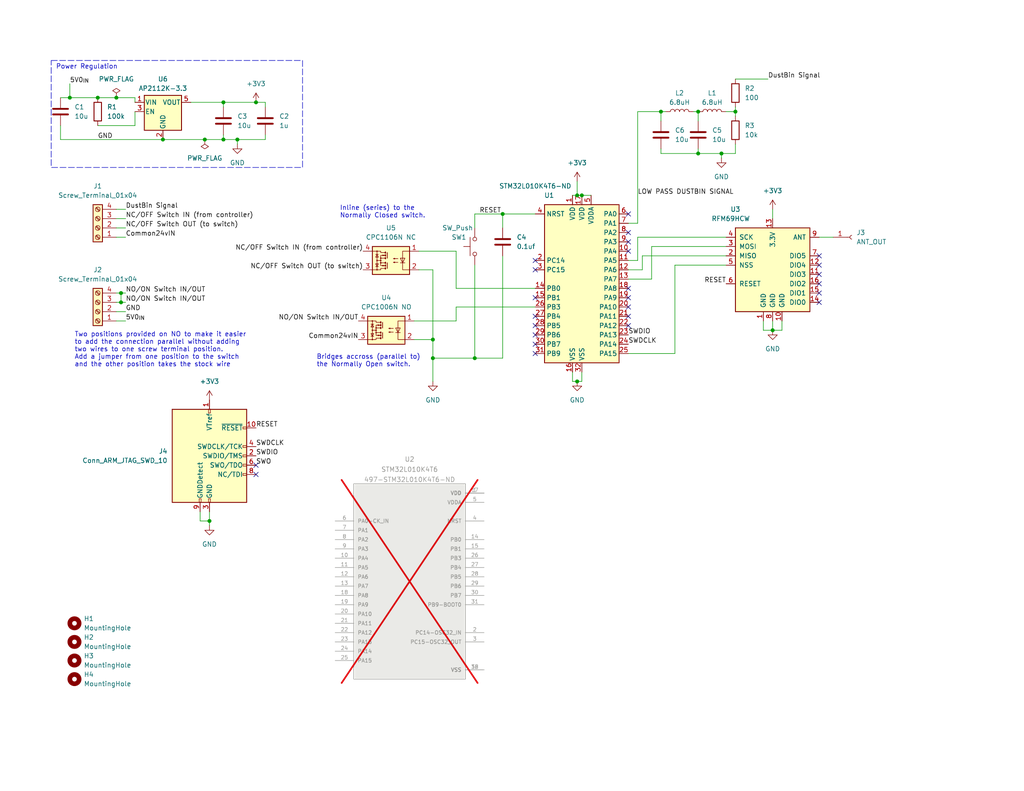
<source format=kicad_sch>
(kicad_sch (version 20230121) (generator eeschema)
  (paper "USLetter")
  (title_block (title "Dust Collector Reciever") (date "2021-09-30") (rev "A") (company "Shadow Moose Productions") (comment 1 "Open Source components of design reused from Adafruit") (comment 2 "Board design and layout by Amos Manneschmidt"))
  (lib_symbols
    (symbol "ASSR-1218_1"
      (property "Reference" "U5" (at 0 8.89 0))
      (property "Value" "CPC1106N NC" (at 0 6.35 0))
      (symbol "ASSR-1218_1_0_1"
        (rectangle (start -5.08 3.81) (end 5.08 -3.81) (stroke (width 0.254)) (fill (type background)))
        (polyline (pts (xy -3.81 -0.635) (xy -2.54 -0.635)))
        (polyline (pts (xy 1.016 -0.635) (xy 1.016 -2.159)) (stroke (width 0.2032)))
        (polyline (pts (xy 1.016 2.159) (xy 1.016 0.635)) (stroke (width 0.2032)))
        (polyline (pts (xy 1.524 -0.508) (xy 1.524 -0.762)) (stroke (width 0.3556)))
        (polyline (pts (xy 2.794 0) (xy 3.81 0)))
        (polyline (pts (xy 3.429 -1.651) (xy 4.191 -1.651)))
        (polyline (pts (xy 3.429 1.651) (xy 4.191 1.651)))
        (polyline (pts (xy 3.81 -2.54) (xy 3.81 2.54)))
        (polyline (pts (xy 1.524 -2.032) (xy 1.524 -2.286) (xy 1.524 -2.286)) (stroke (width 0.3556)))
        (polyline (pts (xy 1.524 -1.27) (xy 1.524 -1.524) (xy 1.524 -1.524)) (stroke (width 0.3556)))
        (polyline (pts (xy 1.524 0.762) (xy 1.524 0.508) (xy 1.524 0.508)) (stroke (width 0.3556)))
        (polyline (pts (xy 1.524 1.524) (xy 1.524 1.27) (xy 1.524 1.27)) (stroke (width 0.3556)))
        (polyline (pts (xy 1.524 2.286) (xy 1.524 2.032) (xy 1.524 2.032)) (stroke (width 0.3556)))
        (polyline (pts (xy 1.651 -1.397) (xy 2.794 -1.397) (xy 2.794 -0.635)))
        (polyline (pts (xy 1.651 1.397) (xy 2.794 1.397) (xy 2.794 0.635)))
        (polyline (pts (xy -5.08 2.54) (xy -3.175 2.54) (xy -3.175 -2.54) (xy -5.08 -2.54)))
        (polyline (pts (xy -3.175 -0.635) (xy -3.81 0.635) (xy -2.54 0.635) (xy -3.175 -0.635)))
        (polyline (pts (xy 1.651 -2.159) (xy 2.794 -2.159) (xy 2.794 -2.54) (xy 5.08 -2.54)))
        (polyline (pts (xy 1.651 -0.635) (xy 2.794 -0.635) (xy 2.794 0.635) (xy 1.651 0.635)))
        (polyline (pts (xy 1.651 2.159) (xy 2.794 2.159) (xy 2.794 2.54) (xy 5.08 2.54)))
        (polyline (pts (xy 1.778 -1.397) (xy 2.286 -1.27) (xy 2.286 -1.524) (xy 1.778 -1.397)))
        (polyline (pts (xy 1.778 1.397) (xy 2.286 1.524) (xy 2.286 1.27) (xy 1.778 1.397)))
        (polyline (pts (xy 3.81 -1.651) (xy 3.429 -0.889) (xy 4.191 -0.889) (xy 3.81 -1.651)))
        (polyline (pts (xy 3.81 1.651) (xy 3.429 0.889) (xy 4.191 0.889) (xy 3.81 1.651)))
        (polyline (pts (xy -1.905 -0.508) (xy -0.635 -0.508) (xy -1.016 -0.635) (xy -1.016 -0.381) (xy -0.635 -0.508)))
        (polyline (pts (xy -1.905 0.508) (xy -0.635 0.508) (xy -1.016 0.381) (xy -1.016 0.635) (xy -0.635 0.508)))
        (circle (center 2.794 -0.635) (radius 0.127))
        (circle (center 2.794 0) (radius 0.127))
        (circle (center 2.794 0.635) (radius 0.127))
        (circle (center 3.81 -2.54) (radius 0.127))
        (circle (center 3.81 0) (radius 0.127))
        (circle (center 3.81 2.54) (radius 0.127))
      )
      (symbol "ASSR-1218_1_1_1"
        (pin passive line (at -7.62 2.54 0) (length 2.54) (name "~") (number "1"))
        (pin passive line (at -7.62 -2.54 0) (length 2.54) (name "~") (number "2"))
        (pin passive line (at 7.62 -2.54 180) (length 2.54) (name "~") (number "3"))
        (pin passive line (at 7.62 2.54 180) (length 2.54) (name "~") (number "4"))
      )
    )
    (symbol "Connector:Conn_01x01_Socket" (pin_names (offset 1.016) hide)
      (property "Reference" "J" (at 0 2.54 0))
      (property "Value" "Conn_01x01_Socket" (at 0 -2.54 0))
      (symbol "Conn_01x01_Socket_1_1"
        (polyline (pts (xy -1.27 0) (xy -0.508 0)) (stroke (width 0.1524)))
        (arc (start 0 0.508) (mid -0.5058 0) (end 0 -0.508) (stroke (width 0.1524)))
        (pin passive line (at -5.08 0 0) (length 3.81) (name "Pin_1") (number "1"))
      )
    )
    (symbol "Connector:Conn_ARM_JTAG_SWD_10" (pin_names (offset 1.016))
      (property "Reference" "J" (at -2.54 16.51 0))
      (property "Value" "Conn_ARM_JTAG_SWD_10" (at -2.54 13.97 0))
      (symbol "Conn_ARM_JTAG_SWD_10_0_1"
        (rectangle (start -10.16 12.7) (end 10.16 -12.7) (stroke (width 0.254)) (fill (type background)))
        (rectangle (start -2.794 -12.7) (end -2.286 -11.684))
        (rectangle (start -0.254 -12.7) (end 0.254 -11.684))
        (rectangle (start -0.254 12.7) (end 0.254 11.684))
        (rectangle (start 9.144 2.286) (end 10.16 2.794))
        (rectangle (start 10.16 -2.794) (end 9.144 -2.286))
        (rectangle (start 10.16 -0.254) (end 9.144 0.254))
        (rectangle (start 10.16 7.874) (end 9.144 7.366))
      )
      (symbol "Conn_ARM_JTAG_SWD_10_1_1"
        (rectangle (start 9.144 -5.334) (end 10.16 -4.826))
        (pin power_in line (at 0 15.24 270) (length 2.54) (name "VTref") (number "1"))
        (pin open_collector line (at 12.7 7.62 180) (length 2.54) (name "~{RESET}") (number "10"))
        (pin bidirectional line (at 12.7 0 180) (length 2.54) (name "SWDIO/TMS") (number "2"))
        (pin power_in line (at 0 -15.24 90) (length 2.54) (name "GND") (number "3"))
        (pin output line (at 12.7 2.54 180) (length 2.54) (name "SWDCLK/TCK") (number "4"))
        (pin passive line (at 0 -15.24 90) (length 2.54) hide (name "GND") (number "5"))
        (pin input line (at 12.7 -2.54 180) (length 2.54) (name "SWO/TDO") (number "6"))
        (pin no_connect line (at -10.16 0 0) (length 2.54) hide (name "KEY") (number "7"))
        (pin output line (at 12.7 -5.08 180) (length 2.54) (name "NC/TDI") (number "8"))
        (pin passive line (at -2.54 -15.24 90) (length 2.54) (name "GNDDetect") (number "9"))
      )
    )
    (symbol "Connector:Screw_Terminal_01x04" (pin_names (offset 1.016) hide)
      (property "Reference" "J" (at 0 5.08 0))
      (property "Value" "Screw_Terminal_01x04" (at 0 -7.62 0))
      (symbol "Screw_Terminal_01x04_1_1"
        (rectangle (start -1.27 3.81) (end 1.27 -6.35) (stroke (width 0.254)) (fill (type background)))
        (circle (center 0 -5.08) (radius 0.635) (stroke (width 0.1524)))
        (circle (center 0 -2.54) (radius 0.635) (stroke (width 0.1524)))
        (polyline (pts (xy -0.5334 -4.7498) (xy 0.3302 -5.588)) (stroke (width 0.1524)))
        (polyline (pts (xy -0.5334 -2.2098) (xy 0.3302 -3.048)) (stroke (width 0.1524)))
        (polyline (pts (xy -0.5334 0.3302) (xy 0.3302 -0.508)) (stroke (width 0.1524)))
        (polyline (pts (xy -0.5334 2.8702) (xy 0.3302 2.032)) (stroke (width 0.1524)))
        (polyline (pts (xy -0.3556 -4.572) (xy 0.508 -5.4102)) (stroke (width 0.1524)))
        (polyline (pts (xy -0.3556 -2.032) (xy 0.508 -2.8702)) (stroke (width 0.1524)))
        (polyline (pts (xy -0.3556 0.508) (xy 0.508 -0.3302)) (stroke (width 0.1524)))
        (polyline (pts (xy -0.3556 3.048) (xy 0.508 2.2098)) (stroke (width 0.1524)))
        (circle (center 0 0) (radius 0.635) (stroke (width 0.1524)))
        (circle (center 0 2.54) (radius 0.635) (stroke (width 0.1524)))
        (pin passive line (at -5.08 2.54 0) (length 3.81) (name "Pin_1") (number "1"))
        (pin passive line (at -5.08 0 0) (length 3.81) (name "Pin_2") (number "2"))
        (pin passive line (at -5.08 -2.54 0) (length 3.81) (name "Pin_3") (number "3"))
        (pin passive line (at -5.08 -5.08 0) (length 3.81) (name "Pin_4") (number "4"))
      )
    )
    (symbol "Device:C" (pin_numbers hide) (pin_names (offset 0.254))
      (property "Reference" "C" (at 0.635 2.54 0))
      (property "Value" "C" (at 0.635 -2.54 0))
      (symbol "C_0_1"
        (polyline (pts (xy -2.032 -0.762) (xy 2.032 -0.762)) (stroke (width 0.508)))
        (polyline (pts (xy -2.032 0.762) (xy 2.032 0.762)) (stroke (width 0.508)))
      )
      (symbol "C_1_1"
        (pin passive line (at 0 3.81 270) (length 2.794) (name "~") (number "1"))
        (pin passive line (at 0 -3.81 90) (length 2.794) (name "~") (number "2"))
      )
    )
    (symbol "Device:L" (pin_numbers hide) (pin_names (offset 1.016) hide)
      (property "Reference" "L" (at -1.27 0 90))
      (property "Value" "L" (at 1.905 0 90))
      (symbol "L_0_1"
        (arc (start 0 -2.54) (mid 0.6323 -1.905) (end 0 -1.27))
        (arc (start 0 -1.27) (mid 0.6323 -0.635) (end 0 0))
        (arc (start 0 0) (mid 0.6323 0.635) (end 0 1.27))
        (arc (start 0 1.27) (mid 0.6323 1.905) (end 0 2.54))
      )
      (symbol "L_1_1"
        (pin passive line (at 0 3.81 270) (length 1.27) (name "1") (number "1"))
        (pin passive line (at 0 -3.81 90) (length 1.27) (name "2") (number "2"))
      )
    )
    (symbol "Device:R" (pin_numbers hide) (pin_names (offset 0))
      (property "Reference" "R" (at 2.032 0 90))
      (property "Value" "R" (at 0 0 90))
      (symbol "R_0_1"
        (rectangle (start -1.016 -2.54) (end 1.016 2.54) (stroke (width 0.254)))
      )
      (symbol "R_1_1"
        (pin passive line (at 0 3.81 270) (length 1.27) (name "~") (number "1"))
        (pin passive line (at 0 -3.81 90) (length 1.27) (name "~") (number "2"))
      )
    )
    (symbol "Dust-Collector-Reciever_parts:STM32L010K4T6" (pin_names (offset 1.016))
      (property "Reference" "U" (at -15.24 25.4 0))
      (property "Value" "STM32L010K4T6" (at -15.24 -30.48 0))
      (property "DigiKey" "497-STM32L010K4T6-ND" (at 0 0 0))
      (symbol "STM32L010K4T6_0_0"
        (rectangle (start -15.24 -27.94) (end 15.24 25.4) (stroke (width 0.1524)) (fill (type background)))
        (pin power_in line (at 20.32 22.86 180) (length 5.08) (name "VDD") (number "1"))
        (pin bidirectional line (at -20.32 5.08 0) (length 5.08) (name "PA4") (number "10"))
        (pin bidirectional line (at -20.32 2.54 0) (length 5.08) (name "PA5") (number "11"))
        (pin bidirectional line (at -20.32 0 0) (length 5.08) (name "PA6") (number "12"))
        (pin bidirectional line (at -20.32 -2.54 0) (length 5.08) (name "PA7") (number "13"))
        (pin bidirectional line (at 20.32 10.16 180) (length 5.08) (name "PB0") (number "14"))
        (pin bidirectional line (at 20.32 7.62 180) (length 5.08) (name "PB1") (number "15"))
        (pin power_in line (at 20.32 -25.4 180) (length 5.08) (name "VSS") (number "16"))
        (pin power_in line (at 20.32 22.86 180) (length 5.08) (name "VDD") (number "17"))
        (pin bidirectional line (at -20.32 -5.08 0) (length 5.08) (name "PA8") (number "18"))
        (pin bidirectional line (at -20.32 -7.62 0) (length 5.08) (name "PA9") (number "19"))
        (pin bidirectional line (at 20.32 -15.24 180) (length 5.08) (name "PC14-OSC32_IN") (number "2"))
        (pin bidirectional line (at -20.32 -10.16 0) (length 5.08) (name "PA10") (number "20"))
        (pin bidirectional line (at -20.32 -12.7 0) (length 5.08) (name "PA11") (number "21"))
        (pin bidirectional line (at -20.32 -15.24 0) (length 5.08) (name "PA12") (number "22"))
        (pin bidirectional line (at -20.32 -17.78 0) (length 5.08) (name "PA13") (number "23"))
        (pin bidirectional line (at -20.32 -20.32 0) (length 5.08) (name "PA14") (number "24"))
        (pin bidirectional line (at -20.32 -22.86 0) (length 5.08) (name "PA15") (number "25"))
        (pin bidirectional line (at 20.32 5.08 180) (length 5.08) (name "PB3") (number "26"))
        (pin bidirectional line (at 20.32 2.54 180) (length 5.08) (name "PB4") (number "27"))
        (pin bidirectional line (at 20.32 0 180) (length 5.08) (name "PB5") (number "28"))
        (pin bidirectional line (at 20.32 -2.54 180) (length 5.08) (name "PB6") (number "29"))
        (pin bidirectional line (at 20.32 -17.78 180) (length 5.08) (name "PC15-OSC32_OUT") (number "3"))
        (pin bidirectional line (at 20.32 -5.08 180) (length 5.08) (name "PB7") (number "30"))
        (pin input line (at 20.32 -7.62 180) (length 5.08) (name "PB9-BOOT0") (number "31"))
        (pin power_in line (at 20.32 -25.4 180) (length 5.08) (name "VSS") (number "32"))
        (pin bidirectional line (at 20.32 15.24 180) (length 5.08) (name "NRST") (number "4"))
        (pin power_in line (at 20.32 20.32 180) (length 5.08) (name "VDDA") (number "5"))
        (pin bidirectional line (at -20.32 15.24 0) (length 5.08) (name "PA0-CK_IN") (number "6"))
        (pin bidirectional line (at -20.32 12.7 0) (length 5.08) (name "PA1") (number "7"))
        (pin bidirectional line (at -20.32 10.16 0) (length 5.08) (name "PA2") (number "8"))
        (pin bidirectional line (at -20.32 7.62 0) (length 5.08) (name "PA3") (number "9"))
      )
    )
    (symbol "MCU_ST_STM32L0:STM32L011K3Tx"
      (property "Reference" "U" (at -10.16 21.59 0))
      (property "Value" "STM32L011K3Tx" (at 5.08 21.59 0))
      (symbol "STM32L011K3Tx_0_1"
        (rectangle (start -10.16 -22.86) (end 10.16 20.32) (stroke (width 0.254)) (fill (type background)))
      )
      (symbol "STM32L011K3Tx_1_1"
        (pin power_in line (at -2.54 22.86 270) (length 2.54) (name "VDD") (number "1"))
        (pin bidirectional line (at 12.7 7.62 180) (length 2.54) (name "PA4") (number "10"))
        (pin bidirectional line (at 12.7 5.08 180) (length 2.54) (name "PA5") (number "11"))
        (pin bidirectional line (at 12.7 2.54 180) (length 2.54) (name "PA6") (number "12"))
        (pin bidirectional line (at 12.7 0 180) (length 2.54) (name "PA7") (number "13"))
        (pin bidirectional line (at -12.7 -2.54 0) (length 2.54) (name "PB0") (number "14"))
        (pin bidirectional line (at -12.7 -5.08 0) (length 2.54) (name "PB1") (number "15"))
        (pin power_in line (at -2.54 -25.4 90) (length 2.54) (name "VSS") (number "16"))
        (pin power_in line (at 0 22.86 270) (length 2.54) (name "VDD") (number "17"))
        (pin bidirectional line (at 12.7 -2.54 180) (length 2.54) (name "PA8") (number "18"))
        (pin bidirectional line (at 12.7 -5.08 180) (length 2.54) (name "PA9") (number "19"))
        (pin bidirectional line (at -12.7 5.08 0) (length 2.54) (name "PC14") (number "2"))
        (pin bidirectional line (at 12.7 -7.62 180) (length 2.54) (name "PA10") (number "20"))
        (pin bidirectional line (at 12.7 -10.16 180) (length 2.54) (name "PA11") (number "21"))
        (pin bidirectional line (at 12.7 -12.7 180) (length 2.54) (name "PA12") (number "22"))
        (pin bidirectional line (at 12.7 -15.24 180) (length 2.54) (name "PA13") (number "23"))
        (pin bidirectional line (at 12.7 -17.78 180) (length 2.54) (name "PA14") (number "24"))
        (pin bidirectional line (at 12.7 -20.32 180) (length 2.54) (name "PA15") (number "25"))
        (pin bidirectional line (at -12.7 -7.62 0) (length 2.54) (name "PB3") (number "26"))
        (pin bidirectional line (at -12.7 -10.16 0) (length 2.54) (name "PB4") (number "27"))
        (pin bidirectional line (at -12.7 -12.7 0) (length 2.54) (name "PB5") (number "28"))
        (pin bidirectional line (at -12.7 -15.24 0) (length 2.54) (name "PB6") (number "29"))
        (pin bidirectional line (at -12.7 2.54 0) (length 2.54) (name "PC15") (number "3"))
        (pin bidirectional line (at -12.7 -17.78 0) (length 2.54) (name "PB7") (number "30"))
        (pin bidirectional line (at -12.7 -20.32 0) (length 2.54) (name "PB9") (number "31"))
        (pin power_in line (at 0 -25.4 90) (length 2.54) (name "VSS") (number "32"))
        (pin input line (at -12.7 17.78 0) (length 2.54) (name "NRST") (number "4"))
        (pin power_in line (at 2.54 22.86 270) (length 2.54) (name "VDDA") (number "5"))
        (pin bidirectional line (at 12.7 17.78 180) (length 2.54) (name "PA0") (number "6"))
        (pin bidirectional line (at 12.7 15.24 180) (length 2.54) (name "PA1") (number "7"))
        (pin bidirectional line (at 12.7 12.7 180) (length 2.54) (name "PA2") (number "8"))
        (pin bidirectional line (at 12.7 10.16 180) (length 2.54) (name "PA3") (number "9"))
      )
    )
    (symbol "Mechanical:MountingHole" (pin_names (offset 1.016))
      (property "Reference" "H" (at 0 5.08 0))
      (property "Value" "MountingHole" (at 0 3.175 0))
      (symbol "MountingHole_0_1"
        (circle (center 0 0) (radius 1.27) (stroke (width 1.27)))
      )
    )
    (symbol "RF_Module:RFM69HCW" (pin_names (offset 1.016))
      (property "Reference" "U" (at -10.414 11.684 0))
      (property "Value" "RFM69HCW" (at 1.524 11.43 0))
      (symbol "RFM69HCW_0_1"
        (rectangle (start -10.16 10.16) (end 10.16 -12.7) (stroke (width 0.254)) (fill (type background)))
      )
      (symbol "RFM69HCW_1_1"
        (pin power_in line (at -2.54 -15.24 90) (length 2.54) (name "GND") (number "1"))
        (pin power_in line (at 2.54 -15.24 90) (length 2.54) (name "GND") (number "10"))
        (pin bidirectional line (at 12.7 -2.54 180) (length 2.54) (name "DIO3") (number "11"))
        (pin bidirectional line (at 12.7 0 180) (length 2.54) (name "DIO4") (number "12"))
        (pin power_in line (at 0 12.7 270) (length 2.54) (name "3.3V") (number "13"))
        (pin bidirectional line (at 12.7 -10.16 180) (length 2.54) (name "DIO0") (number "14"))
        (pin bidirectional line (at 12.7 -7.62 180) (length 2.54) (name "DIO1") (number "15"))
        (pin bidirectional line (at 12.7 -5.08 180) (length 2.54) (name "DIO2") (number "16"))
        (pin output line (at -12.7 2.54 0) (length 2.54) (name "MISO") (number "2"))
        (pin input line (at -12.7 5.08 0) (length 2.54) (name "MOSI") (number "3"))
        (pin input line (at -12.7 7.62 0) (length 2.54) (name "SCK") (number "4"))
        (pin input line (at -12.7 0 0) (length 2.54) (name "NSS") (number "5"))
        (pin bidirectional line (at -12.7 -5.08 0) (length 2.54) (name "RESET") (number "6"))
        (pin bidirectional line (at 12.7 2.54 180) (length 2.54) (name "DIO5") (number "7"))
        (pin power_in line (at 0 -15.24 90) (length 2.54) (name "GND") (number "8"))
        (pin bidirectional line (at 12.7 7.62 180) (length 2.54) (name "ANT") (number "9"))
      )
    )
    (symbol "Regulator_Linear:AP2112K-3.3" (pin_names (offset 0.254))
      (property "Reference" "U" (at -5.08 5.715 0))
      (property "Value" "AP2112K-3.3" (at 0 5.715 0))
      (symbol "AP2112K-3.3_0_1"
        (rectangle (start -5.08 4.445) (end 5.08 -5.08) (stroke (width 0.254)) (fill (type background)))
      )
      (symbol "AP2112K-3.3_1_1"
        (pin power_in line (at -7.62 2.54 0) (length 2.54) (name "VIN") (number "1"))
        (pin power_in line (at 0 -7.62 90) (length 2.54) (name "GND") (number "2"))
        (pin input line (at -7.62 0 0) (length 2.54) (name "EN") (number "3"))
        (pin no_connect line (at 5.08 0 180) (length 2.54) hide (name "NC") (number "4"))
        (pin power_out line (at 7.62 2.54 180) (length 2.54) (name "VOUT") (number "5"))
      )
    )
    (symbol "Relay_SolidState:ASSR-1218"
      (property "Reference" "U" (at -5.08 5.08 0))
      (property "Value" "ASSR-1218" (at 0 5.08 0))
      (symbol "ASSR-1218_0_1"
        (rectangle (start -5.08 3.81) (end 5.08 -3.81) (stroke (width 0.254)) (fill (type background)))
        (polyline (pts (xy -3.81 -0.635) (xy -2.54 -0.635)))
        (polyline (pts (xy 1.016 -0.635) (xy 1.016 -2.159)) (stroke (width 0.2032)))
        (polyline (pts (xy 1.016 2.159) (xy 1.016 0.635)) (stroke (width 0.2032)))
        (polyline (pts (xy 1.524 -0.508) (xy 1.524 -0.762)) (stroke (width 0.3556)))
        (polyline (pts (xy 2.794 0) (xy 3.81 0)))
        (polyline (pts (xy 3.429 -1.651) (xy 4.191 -1.651)))
        (polyline (pts (xy 3.429 1.651) (xy 4.191 1.651)))
        (polyline (pts (xy 3.81 -2.54) (xy 3.81 2.54)))
        (polyline (pts (xy 1.524 -2.032) (xy 1.524 -2.286) (xy 1.524 -2.286)) (stroke (width 0.3556)))
        (polyline (pts (xy 1.524 -1.27) (xy 1.524 -1.524) (xy 1.524 -1.524)) (stroke (width 0.3556)))
        (polyline (pts (xy 1.524 0.762) (xy 1.524 0.508) (xy 1.524 0.508)) (stroke (width 0.3556)))
        (polyline (pts (xy 1.524 1.524) (xy 1.524 1.27) (xy 1.524 1.27)) (stroke (width 0.3556)))
        (polyline (pts (xy 1.524 2.286) (xy 1.524 2.032) (xy 1.524 2.032)) (stroke (width 0.3556)))
        (polyline (pts (xy 1.651 -1.397) (xy 2.794 -1.397) (xy 2.794 -0.635)))
        (polyline (pts (xy 1.651 1.397) (xy 2.794 1.397) (xy 2.794 0.635)))
        (polyline (pts (xy -5.08 2.54) (xy -3.175 2.54) (xy -3.175 -2.54) (xy -5.08 -2.54)))
        (polyline (pts (xy -3.175 -0.635) (xy -3.81 0.635) (xy -2.54 0.635) (xy -3.175 -0.635)))
        (polyline (pts (xy 1.651 -2.159) (xy 2.794 -2.159) (xy 2.794 -2.54) (xy 5.08 -2.54)))
        (polyline (pts (xy 1.651 -0.635) (xy 2.794 -0.635) (xy 2.794 0.635) (xy 1.651 0.635)))
        (polyline (pts (xy 1.651 2.159) (xy 2.794 2.159) (xy 2.794 2.54) (xy 5.08 2.54)))
        (polyline (pts (xy 1.778 -1.397) (xy 2.286 -1.27) (xy 2.286 -1.524) (xy 1.778 -1.397)))
        (polyline (pts (xy 1.778 1.397) (xy 2.286 1.524) (xy 2.286 1.27) (xy 1.778 1.397)))
        (polyline (pts (xy 3.81 -1.651) (xy 3.429 -0.889) (xy 4.191 -0.889) (xy 3.81 -1.651)))
        (polyline (pts (xy 3.81 1.651) (xy 3.429 0.889) (xy 4.191 0.889) (xy 3.81 1.651)))
        (polyline (pts (xy -1.905 -0.508) (xy -0.635 -0.508) (xy -1.016 -0.635) (xy -1.016 -0.381) (xy -0.635 -0.508)))
        (polyline (pts (xy -1.905 0.508) (xy -0.635 0.508) (xy -1.016 0.381) (xy -1.016 0.635) (xy -0.635 0.508)))
        (circle (center 2.794 -0.635) (radius 0.127))
        (circle (center 2.794 0) (radius 0.127))
        (circle (center 2.794 0.635) (radius 0.127))
        (circle (center 3.81 -2.54) (radius 0.127))
        (circle (center 3.81 0) (radius 0.127))
        (circle (center 3.81 2.54) (radius 0.127))
      )
      (symbol "ASSR-1218_1_1"
        (pin passive line (at -7.62 2.54 0) (length 2.54) (name "~") (number "1"))
        (pin passive line (at -7.62 -2.54 0) (length 2.54) (name "~") (number "2"))
        (pin passive line (at 7.62 -2.54 180) (length 2.54) (name "~") (number "3"))
        (pin passive line (at 7.62 2.54 180) (length 2.54) (name "~") (number "4"))
      )
    )
    (symbol "Switch:SW_Push" (pin_numbers hide) (pin_names (offset 1.016) hide)
      (property "Reference" "SW" (at 1.27 2.54 0))
      (property "Value" "SW_Push" (at 0 -1.524 0))
      (symbol "SW_Push_0_1"
        (circle (center -2.032 0) (radius 0.508))
        (polyline (pts (xy 0 1.27) (xy 0 3.048)))
        (polyline (pts (xy 2.54 1.27) (xy -2.54 1.27)))
        (circle (center 2.032 0) (radius 0.508))
        (pin passive line (at -5.08 0 0) (length 2.54) (name "1") (number "1"))
        (pin passive line (at 5.08 0 180) (length 2.54) (name "2") (number "2"))
      )
    )
    (symbol "power:+3V3" (power) (pin_names (offset 0))
      (property "Value" "+3V3" (at 0 3.556 0))
      (symbol "+3V3_0_1"
        (polyline (pts (xy -0.762 1.27) (xy 0 2.54)))
        (polyline (pts (xy 0 0) (xy 0 2.54)))
        (polyline (pts (xy 0 2.54) (xy 0.762 1.27)))
      )
      (symbol "+3V3_1_1"
        (pin power_in line (at 0 0 90) (length 0) hide (name "+3V3") (number "1"))
      )
    )
    (symbol "power:GND" (power) (pin_names (offset 0))
      (property "Value" "GND" (at 0 -3.81 0))
      (symbol "GND_0_1"
        (polyline (pts (xy 0 0) (xy 0 -1.27) (xy 1.27 -1.27) (xy 0 -2.54) (xy -1.27 -1.27) (xy 0 -1.27)))
      )
      (symbol "GND_1_1"
        (pin power_in line (at 0 0 270) (length 0) hide (name "GND") (number "1"))
      )
    )
    (symbol "power:PWR_FLAG" (power) (pin_numbers hide) (pin_names (offset 0) hide)
      (property "Value" "PWR_FLAG" (at 0 3.81 0))
      (symbol "PWR_FLAG_0_0"
        (pin power_out line (at 0 0 90) (length 0) (name "pwr") (number "1"))
      )
      (symbol "PWR_FLAG_0_1"
        (polyline (pts (xy 0 0) (xy 0 1.27) (xy -1.016 1.905) (xy 0 2.54) (xy 1.016 1.905) (xy 0 1.27)))
      )
    )
  )
  (junction (at 210.82 90.17))
  (junction (at 31.75 26.67))
  (junction (at 180.34 30.48))
  (junction (at 118.11 92.71))
  (junction (at 190.5 41.91))
  (junction (at 157.48 104.14))
  (junction (at 64.77 38.1))
  (junction (at 190.5 30.48))
  (junction (at 196.85 41.91))
  (junction (at 137.16 58.42))
  (junction (at 157.48 53.34))
  (junction (at 57.15 142.24))
  (junction (at 33.02 82.55))
  (junction (at 118.11 97.79))
  (junction (at 60.96 27.94))
  (junction (at 60.96 38.1))
  (junction (at 158.75 53.34))
  (junction (at 200.66 30.48))
  (junction (at 33.02 80.01))
  (junction (at 44.45 38.1))
  (junction (at 69.85 27.94))
  (junction (at 55.88 38.1))
  (junction (at 19.05 26.67))
  (junction (at 129.54 97.79))
  (junction (at 26.67 26.67))
  (no_connect (at 146.05 93.98))
  (no_connect (at 223.52 82.55))
  (no_connect (at 146.05 71.12))
  (no_connect (at 69.85 129.54))
  (no_connect (at 146.05 73.66))
  (no_connect (at 171.45 81.28))
  (no_connect (at 171.45 86.36))
  (no_connect (at 171.45 88.9))
  (no_connect (at 171.45 66.04))
  (no_connect (at 171.45 78.74))
  (no_connect (at 146.05 88.9))
  (no_connect (at 171.45 68.58))
  (no_connect (at 171.45 83.82))
  (no_connect (at 146.05 81.28))
  (no_connect (at 171.45 58.42))
  (no_connect (at 223.52 72.39))
  (no_connect (at 171.45 63.5))
  (no_connect (at 223.52 80.01))
  (no_connect (at 223.52 77.47))
  (no_connect (at 223.52 74.93))
  (no_connect (at 146.05 91.44))
  (no_connect (at 223.52 69.85))
  (no_connect (at 146.05 86.36))
  (no_connect (at 146.05 96.52))
  (no_connect (at 69.85 127))
  (wire (pts (xy 114.3 73.66) (xy 118.11 73.66)))
  (wire (pts (xy 190.5 33.02) (xy 190.5 30.48)))
  (wire (pts (xy 36.83 30.48) (xy 36.83 34.29)))
  (wire (pts (xy 31.75 87.63) (xy 34.29 87.63)))
  (wire (pts (xy 158.75 101.6) (xy 158.75 104.14)))
  (wire (pts (xy 189.23 30.48) (xy 190.5 30.48)))
  (wire (pts (xy 223.52 64.77) (xy 227.33 64.77)))
  (wire (pts (xy 44.45 38.1) (xy 55.88 38.1)))
  (wire (pts (xy 175.26 69.85) (xy 175.26 73.66)))
  (wire (pts (xy 52.07 27.94) (xy 60.96 27.94)))
  (wire (pts (xy 137.16 97.79) (xy 137.16 69.85)))
  (wire (pts (xy 175.26 73.66) (xy 171.45 73.66)))
  (wire (pts (xy 157.48 53.34) (xy 158.75 53.34)))
  (wire (pts (xy 69.85 27.94) (xy 72.39 27.94)))
  (wire (pts (xy 60.96 27.94) (xy 60.96 29.21)))
  (wire (pts (xy 137.16 58.42) (xy 146.05 58.42)))
  (wire (pts (xy 57.15 142.24) (xy 57.15 143.51)))
  (wire (pts (xy 129.54 58.42) (xy 137.16 58.42)))
  (wire (pts (xy 184.15 72.39) (xy 198.12 72.39)))
  (wire (pts (xy 113.03 92.71) (xy 118.11 92.71)))
  (wire (pts (xy 184.15 96.52) (xy 171.45 96.52)))
  (wire (pts (xy 118.11 73.66) (xy 118.11 92.71)))
  (wire (pts (xy 60.96 38.1) (xy 64.77 38.1)))
  (wire (pts (xy 55.88 38.1) (xy 60.96 38.1)))
  (wire (pts (xy 180.34 30.48) (xy 181.61 30.48)))
  (wire (pts (xy 198.12 30.48) (xy 200.66 30.48)))
  (wire (pts (xy 210.82 57.15) (xy 210.82 59.69)))
  (wire (pts (xy 180.34 41.91) (xy 190.5 41.91)))
  (wire (pts (xy 129.54 97.79) (xy 129.54 72.39)))
  (wire (pts (xy 16.51 34.29) (xy 16.51 38.1)))
  (wire (pts (xy 173.99 60.96) (xy 171.45 60.96)))
  (wire (pts (xy 213.36 90.17) (xy 213.36 87.63)))
  (wire (pts (xy 31.75 26.67) (xy 36.83 26.67)))
  (wire (pts (xy 200.66 39.37) (xy 200.66 41.91)))
  (wire (pts (xy 210.82 90.17) (xy 213.36 90.17)))
  (wire (pts (xy 190.5 41.91) (xy 196.85 41.91)))
  (wire (pts (xy 173.99 30.48) (xy 173.99 60.96)))
  (wire (pts (xy 31.75 80.01) (xy 33.02 80.01)))
  (wire (pts (xy 157.48 53.34) (xy 157.48 49.53)))
  (wire (pts (xy 57.15 139.7) (xy 57.15 142.24)))
  (wire (pts (xy 200.66 30.48) (xy 200.66 31.75)))
  (wire (pts (xy 124.46 83.82) (xy 146.05 83.82)))
  (wire (pts (xy 33.02 82.55) (xy 34.29 82.55)))
  (wire (pts (xy 31.75 85.09) (xy 34.29 85.09)))
  (wire (pts (xy 64.77 38.1) (xy 72.39 38.1)))
  (wire (pts (xy 190.5 40.64) (xy 190.5 41.91)))
  (wire (pts (xy 208.28 90.17) (xy 208.28 87.63)))
  (wire (pts (xy 137.16 58.42) (xy 137.16 62.23)))
  (wire (pts (xy 129.54 58.42) (xy 129.54 62.23)))
  (wire (pts (xy 118.11 92.71) (xy 118.11 97.79)))
  (wire (pts (xy 33.02 80.01) (xy 33.02 82.55)))
  (wire (pts (xy 157.48 104.14) (xy 156.21 104.14)))
  (wire (pts (xy 19.05 26.67) (xy 26.67 26.67)))
  (wire (pts (xy 196.85 41.91) (xy 196.85 43.18)))
  (wire (pts (xy 210.82 90.17) (xy 208.28 90.17)))
  (wire (pts (xy 129.54 97.79) (xy 137.16 97.79)))
  (wire (pts (xy 198.12 69.85) (xy 175.26 69.85)))
  (wire (pts (xy 173.99 64.77) (xy 173.99 71.12)))
  (wire (pts (xy 114.3 68.58) (xy 124.46 68.58)))
  (wire (pts (xy 156.21 53.34) (xy 157.48 53.34)))
  (wire (pts (xy 180.34 30.48) (xy 173.99 30.48)))
  (wire (pts (xy 31.75 57.15) (xy 34.29 57.15)))
  (wire (pts (xy 180.34 40.64) (xy 180.34 41.91)))
  (wire (pts (xy 124.46 87.63) (xy 124.46 83.82)))
  (wire (pts (xy 31.75 82.55) (xy 33.02 82.55)))
  (wire (pts (xy 31.75 64.77) (xy 34.29 64.77)))
  (wire (pts (xy 156.21 104.14) (xy 156.21 101.6)))
  (wire (pts (xy 19.05 22.86) (xy 19.05 26.67)))
  (wire (pts (xy 64.77 38.1) (xy 64.77 39.37)))
  (wire (pts (xy 198.12 64.77) (xy 173.99 64.77)))
  (wire (pts (xy 180.34 33.02) (xy 180.34 30.48)))
  (wire (pts (xy 158.75 104.14) (xy 157.48 104.14)))
  (wire (pts (xy 124.46 78.74) (xy 124.46 68.58)))
  (wire (pts (xy 200.66 29.21) (xy 200.66 30.48)))
  (wire (pts (xy 177.8 76.2) (xy 171.45 76.2)))
  (wire (pts (xy 113.03 87.63) (xy 124.46 87.63)))
  (wire (pts (xy 200.66 41.91) (xy 196.85 41.91)))
  (wire (pts (xy 57.15 142.24) (xy 54.61 142.24)))
  (wire (pts (xy 36.83 26.67) (xy 36.83 27.94)))
  (wire (pts (xy 31.75 62.23) (xy 34.29 62.23)))
  (wire (pts (xy 60.96 27.94) (xy 69.85 27.94)))
  (wire (pts (xy 184.15 72.39) (xy 184.15 96.52)))
  (wire (pts (xy 210.82 87.63) (xy 210.82 90.17)))
  (wire (pts (xy 177.8 67.31) (xy 177.8 76.2)))
  (wire (pts (xy 31.75 59.69) (xy 34.29 59.69)))
  (wire (pts (xy 16.51 38.1) (xy 44.45 38.1)))
  (wire (pts (xy 33.02 80.01) (xy 34.29 80.01)))
  (wire (pts (xy 118.11 97.79) (xy 118.11 104.14)))
  (wire (pts (xy 198.12 67.31) (xy 177.8 67.31)))
  (wire (pts (xy 36.83 34.29) (xy 26.67 34.29)))
  (wire (pts (xy 60.96 36.83) (xy 60.96 38.1)))
  (wire (pts (xy 72.39 38.1) (xy 72.39 36.83)))
  (wire (pts (xy 158.75 53.34) (xy 161.29 53.34)))
  (wire (pts (xy 118.11 97.79) (xy 129.54 97.79)))
  (wire (pts (xy 16.51 26.67) (xy 19.05 26.67)))
  (wire (pts (xy 54.61 142.24) (xy 54.61 139.7)))
  (wire (pts (xy 173.99 71.12) (xy 171.45 71.12)))
  (wire (pts (xy 200.66 21.59) (xy 209.55 21.59)))
  (wire (pts (xy 72.39 27.94) (xy 72.39 29.21)))
  (wire (pts (xy 146.05 78.74) (xy 124.46 78.74)))
  (wire (pts (xy 26.67 26.67) (xy 31.75 26.67)))
  (rectangle (start 13.97 16.51) (end 82.55 45.72) (stroke (width 0) (type dash)))
  (text "Power Regulation" (at 15.24 19.05 0) (effects (font (size 1.27 1.27)) (justify left bottom)))
  (text "Bridges accross (parallel to)\nthe Normally Open switch." (at 86.36 100.33 0) (effects (font (size 1.27 1.27)) (justify left bottom)))
  (text "Inline (series) to the\nNormally Closed switch." (at 92.71 59.69 0) (effects (font (size 1.27 1.27)) (justify left bottom)))
  (text "Two positions provided on NO to make it easier \nto add the connection parallel without adding\ntwo wires to one screw terminal position.\nAdd a jumper from one position to the switch\nand the other position takes the stock wire" (at 20.32 100.33 0) (effects (font (size 1.27 1.27)) (justify left bottom)))
  (label "RESET" (at 198.12 77.47 180))
  (label "5V0_{IN}" (at 19.05 22.86 0))
  (label "DustBin Signal" (at 209.55 21.59 0))
  (label "NC{slash}OFF Switch IN (from controller)" (at 99.06 68.58 180))
  (label "SWDIO" (at 69.85 124.46 0))
  (label "5V0_{IN}" (at 34.29 87.63 0))
  (label "NO{slash}ON Switch IN{slash}OUT" (at 34.29 82.55 0))
  (label "LOW PASS DUSTBIN SIGNAL" (at 173.99 53.34 0))
  (label "GND" (at 34.29 85.09 0))
  (label "NO{slash}ON Switch IN{slash}OUT" (at 97.79 87.63 180))
  (label "DustBin Signal" (at 34.29 57.15 0))
  (label "SWDCLK" (at 171.45 93.98 0))
  (label "NC{slash}OFF Switch OUT (to switch)" (at 34.29 62.23 0))
  (label "NC{slash}OFF Switch OUT (to switch)" (at 99.06 73.66 180))
  (label "SWDIO" (at 171.45 91.44 0))
  (label "Common24vIN" (at 97.79 92.71 180))
  (label "RESET" (at 69.85 116.84 0))
  (label "Common24vIN" (at 34.29 64.77 0))
  (label "RESET" (at 130.81 58.42 0))
  (label "SWO" (at 69.85 127 0))
  (label "NC{slash}OFF Switch IN (from controller)" (at 34.29 59.69 0))
  (label "SWDCLK" (at 69.85 121.92 0))
  (label "NO{slash}ON Switch IN{slash}OUT" (at 34.29 80.01 0))
  (label "GND" (at 26.67 38.1 0))
  (symbol (lib_id "power:GND") (at 57.15 143.51 0) (unit 1)
    (property "Reference" "#PWR08" (effects hide))
    (property "Value" "GND" (at 57.15 148.59 0))
  )
  (symbol (lib_id "RF_Module:RFM69HCW") (at 210.82 72.39 0) (unit 1)
    (property "Reference" "U3" (at 200.66 57.15 0))
    (property "Value" "RFM69HCW" (at 199.39 59.69 0))
    (property "Footprint" "RF_Module:HOPERF_RFM69HW" (effects hide))
    (property "Datasheet" "https://www.hoperf.com/data/upload/portal/20181127/5bfcb8284d838.pdf" (effects hide))
    (property "DigiKey" "1568-1394-ND" (effects hide))
  )
  (symbol (lib_id "Connector:Conn_ARM_JTAG_SWD_10") (at 57.15 124.46 0) (unit 1)
    (property "Reference" "J4" (at 45.72 123.19 0) (effects (justify right)))
    (property "Value" "Conn_ARM_JTAG_SWD_10" (at 45.72 125.73 0) (effects (justify right)))
    (property "Footprint" "Connector_PinHeader_1.27mm:PinHeader_2x05_P1.27mm_Vertical" (effects hide))
    (property "Datasheet" "http://infocenter.arm.com/help/topic/com.arm.doc.ddi0314h/DDI0314H_coresight_components_trm.pdf" (effects hide))
  )
  (symbol (lib_id "power:PWR_FLAG") (at 31.75 26.67 0) (unit 1)
    (property "Reference" "#FLG03" (effects hide))
    (property "Value" "PWR_FLAG" (at 31.75 21.59 0))
  )
  (symbol (lib_id "power:GND") (at 196.85 43.18 0) (unit 1)
    (property "Reference" "#PWR09" (effects hide))
    (property "Value" "GND" (at 196.85 48.26 0))
  )
  (symbol (lib_id "Device:R") (at 200.66 35.56 0) (unit 1)
    (property "Reference" "R3" (at 203.2 34.29 0) (effects (justify left)))
    (property "Value" "10k" (at 203.2 36.83 0) (effects (justify left)))
  )
  (symbol (lib_id "Mechanical:MountingHole") (at 20.32 180.34 0) (unit 1) (in_bom no)
    (property "Reference" "H3" (at 22.86 179.07 0) (effects (justify left)))
    (property "Value" "MountingHole" (at 22.86 181.61 0) (effects (justify left)))
    (property "Footprint" "MountingHole:MountingHole_3.2mm_M3_ISO7380_Pad" (effects hide))
  )
  (symbol (lib_id "Device:C") (at 190.5 36.83 0) (unit 1)
    (property "Reference" "C5" (at 194.31 35.56 0) (effects (justify left)))
    (property "Value" "10u" (at 194.31 38.1 0) (effects (justify left)))
  )
  (symbol (lib_id "MCU_ST_STM32L0:STM32L011K3Tx") (at 158.75 76.2 0) (unit 1)
    (property "Reference" "U1" (at 149.86 53.34 0))
    (property "Value" "STM32L010K4T6-ND" (at 146.05 50.8 0))
    (property "Footprint" "Package_QFP:LQFP-32_7x7mm_P0.8mm" (effects hide))
    (property "Datasheet" "http://www.st.com/st-web-ui/static/active/en/resource/technical/document/datasheet/DM00206508.pdf" (effects hide))
    (property "DigiKey" "497-STM32L010K4T6-ND" (effects hide))
  )
  (symbol (lib_id "power:GND") (at 210.82 90.17 0) (unit 1)
    (property "Reference" "#PWR06" (effects hide))
    (property "Value" "GND" (at 210.82 95.25 0))
  )
  (symbol (lib_id "Device:C") (at 137.16 66.04 180) (unit 1)
    (property "Reference" "C4" (at 140.97 64.77 0) (effects (justify right)))
    (property "Value" "0.1uf" (at 140.97 67.31 0) (effects (justify right)))
  )
  (symbol (lib_id "Connector:Screw_Terminal_01x04") (at 26.67 85.09 180) (unit 1)
    (property "Reference" "J2" (at 26.67 73.66 0))
    (property "Value" "Screw_Terminal_01x04" (at 26.67 76.2 0))
    (property "Footprint" "TerminalBlock_Phoenix:TerminalBlock_Phoenix_MKDS-1,5-4-5.08_1x04_P5.08mm_Horizontal" (effects hide))
  )
  (symbol (lib_id "Device:C") (at 180.34 36.83 0) (unit 1)
    (property "Reference" "C6" (at 184.15 35.56 0) (effects (justify left)))
    (property "Value" "10u" (at 184.15 38.1 0) (effects (justify left)))
  )
  (symbol (lib_id "Mechanical:MountingHole") (at 20.32 170.18 0) (unit 1) (in_bom no)
    (property "Reference" "H1" (at 22.86 168.91 0) (effects (justify left)))
    (property "Value" "MountingHole" (at 22.86 171.45 0) (effects (justify left)))
    (property "Footprint" "MountingHole:MountingHole_3.2mm_M3_ISO7380_Pad" (effects hide))
  )
  (symbol (lib_id "Relay_SolidState:ASSR-1218") (at 105.41 90.17 0) (mirror y) (unit 1)
    (property "Reference" "U4" (at 105.41 81.28 0))
    (property "Value" "CPC1006N NO" (at 105.41 83.82 0))
    (property "Footprint" "Package_SO:SO-4_4.4x4.3mm_P2.54mm" (effects hide))
    (property "Datasheet" "https://www.ixysic.com/home/pdfs.nsf/www/CPC1006N.pdf/$file/CPC1006N.pdf" (effects hide))
  )
  (symbol (lib_id "Mechanical:MountingHole") (at 20.32 175.26 0) (unit 1) (in_bom no)
    (property "Reference" "H2" (at 22.86 173.99 0) (effects (justify left)))
    (property "Value" "MountingHole" (at 22.86 176.53 0) (effects (justify left)))
    (property "Footprint" "MountingHole:MountingHole_3.2mm_M3_ISO7380_Pad" (effects hide))
  )
  (symbol (lib_id "Device:R") (at 200.66 25.4 0) (unit 1)
    (property "Reference" "R2" (at 203.2 24.13 0) (effects (justify left)))
    (property "Value" "100" (at 203.2 26.67 0) (effects (justify left)))
  )
  (symbol (lib_id "Device:C") (at 72.39 33.02 0) (unit 1)
    (property "Reference" "C2" (at 76.2 31.75 0) (effects (justify left)))
    (property "Value" "1u" (at 76.2 34.29 0) (effects (justify left)))
  )
  (symbol (lib_id "Connector:Conn_01x01_Socket") (at 232.41 64.77 0) (unit 1)
    (property "Reference" "J3" (at 233.68 63.5 0) (effects (justify left)))
    (property "Value" "ANT_OUT" (at 233.68 66.04 0) (effects (justify left)))
  )
  (symbol (lib_id "Device:C") (at 16.51 30.48 0) (unit 1)
    (property "Reference" "C1" (at 20.32 29.21 0) (effects (justify left)))
    (property "Value" "10u" (at 20.32 31.75 0) (effects (justify left)))
  )
  (symbol (lib_id "power:GND") (at 118.11 104.14 0) (unit 1)
    (property "Reference" "#PWR03" (effects hide))
    (property "Value" "GND" (at 118.11 109.22 0))
  )
  (symbol (lib_id "Device:L") (at 194.31 30.48 90) (unit 1)
    (property "Reference" "L1" (at 194.31 25.4 90))
    (property "Value" "6.8uH" (at 194.31 27.94 90))
  )
  (symbol (lib_id "power:+3V3") (at 57.15 109.22 0) (unit 1)
    (property "Reference" "#PWR010" (effects hide))
    (property "Value" "+3V3" (at 57.15 104.14 0))
  )
  (symbol (lib_id "power:+3V3") (at 210.82 57.15 0) (unit 1)
    (property "Reference" "#PWR07" (effects hide))
    (property "Value" "+3V3" (at 210.82 52.07 0))
  )
  (symbol (lib_id "Switch:SW_Push") (at 129.54 67.31 90) (unit 1)
    (property "Reference" "SW1" (at 123.19 64.77 90) (effects (justify right)))
    (property "Value" "SW_Push" (at 120.65 62.23 90) (effects (justify right)))
  )
  (symbol (lib_name "ASSR-1218_1") (lib_id "Relay_SolidState:ASSR-1218") (at 106.68 71.12 0) (mirror y) (unit 1)
    (property "Reference" "U5" (at 106.68 62.23 0))
    (property "Value" "CPC1106N NC" (at 106.68 64.77 0))
    (property "Footprint" "Package_SO:SO-4_4.4x4.3mm_P2.54mm" (effects hide))
    (property "Datasheet" "https://www.ixysic.com/home/pdfs.nsf/www/CPC1106N.pdf/$file/CPC1106N.pdf" (effects hide))
  )
  (symbol (lib_id "Device:C") (at 60.96 33.02 0) (unit 1)
    (property "Reference" "C3" (at 64.77 31.75 0) (effects (justify left)))
    (property "Value" "10u" (at 64.77 34.29 0) (effects (justify left)))
  )
  (symbol (lib_id "power:+3V3") (at 157.48 49.53 0) (unit 1)
    (property "Reference" "#PWR04" (effects hide))
    (property "Value" "+3V3" (at 157.48 44.45 0))
  )
  (symbol (lib_id "power:+3V3") (at 69.85 27.94 0) (unit 1)
    (property "Reference" "#PWR02" (effects hide))
    (property "Value" "+3V3" (at 69.85 22.86 0))
  )
  (symbol (lib_id "Mechanical:MountingHole") (at 20.32 185.42 0) (unit 1) (in_bom no)
    (property "Reference" "H4" (at 22.86 184.15 0) (effects (justify left)))
    (property "Value" "MountingHole" (at 22.86 186.69 0) (effects (justify left)))
    (property "Footprint" "MountingHole:MountingHole_3.2mm_M3_ISO7380_Pad" (effects hide))
  )
  (symbol (lib_id "Regulator_Linear:AP2112K-3.3") (at 44.45 30.48 0) (unit 1)
    (property "Reference" "U6" (at 44.45 21.59 0))
    (property "Value" "AP2112K-3.3" (at 44.45 24.13 0))
    (property "Footprint" "Package_TO_SOT_SMD:SOT-23-5" (effects hide))
    (property "Datasheet" "https://www.diodes.com/assets/Datasheets/AP2112.pdf" (effects hide))
  )
  (symbol (lib_id "power:GND") (at 157.48 104.14 0) (unit 1)
    (property "Reference" "#PWR05" (effects hide))
    (property "Value" "GND" (at 157.48 109.22 0))
  )
  (symbol (lib_id "Dust-Collector-Reciever_parts:STM32L010K4T6") (at 111.76 157.48 0) (unit 1) (in_bom no) (on_board no) (dnp yes)
    (property "Reference" "U2" (at 111.76 125.389 0))
    (property "Value" "STM32L010K4T6" (at 111.76 128.1641 0))
    (property "Footprint" "QFP80P900X900X160-32N" (effects hide))
    (property "MANUFACTURER" "STMicroelectronics" (effects hide))
    (property "DigiKey" "497-STM32L010K4T6-ND" (at 111.76 130.9392 0))
    (property "Sim.Enable" "0" (effects hide))
  )
  (symbol (lib_id "power:PWR_FLAG") (at 55.88 38.1 180) (unit 1)
    (property "Reference" "#FLG01" (effects hide))
    (property "Value" "PWR_FLAG" (at 55.88 43.18 0))
  )
  (symbol (lib_id "Device:R") (at 26.67 30.48 0) (unit 1)
    (property "Reference" "R1" (at 29.21 29.21 0) (effects (justify left)))
    (property "Value" "100k" (at 29.21 31.75 0) (effects (justify left)))
  )
  (symbol (lib_id "Connector:Screw_Terminal_01x04") (at 26.67 62.23 180) (unit 1)
    (property "Reference" "J1" (at 26.67 50.8 0))
    (property "Value" "Screw_Terminal_01x04" (at 26.67 53.34 0))
    (property "Footprint" "TerminalBlock_Phoenix:TerminalBlock_Phoenix_MKDS-1,5-4-5.08_1x04_P5.08mm_Horizontal" (effects hide))
  )
  (symbol (lib_id "Device:L") (at 185.42 30.48 90) (unit 1)
    (property "Reference" "L2" (at 185.42 25.4 90))
    (property "Value" "6.8uH" (at 185.42 27.94 90))
  )
  (symbol (lib_id "power:GND") (at 64.77 39.37 0) (unit 1)
    (property "Reference" "#PWR01" (effects hide))
    (property "Value" "GND" (at 64.77 44.45 0))
  )
)
</source>
